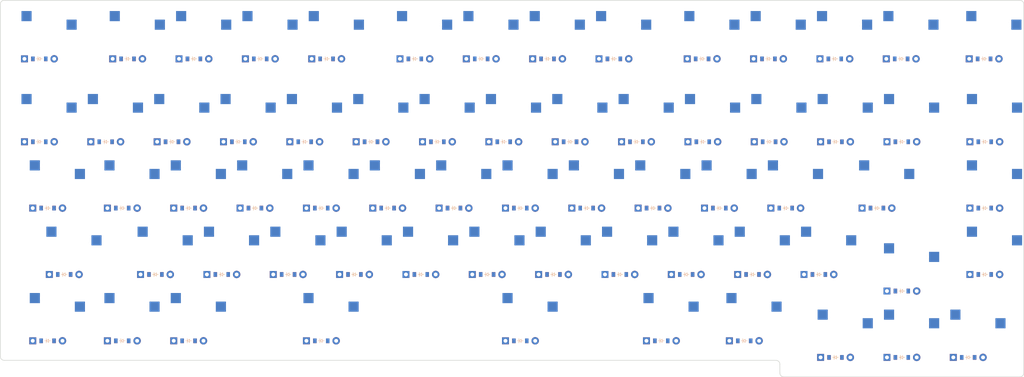
<source format=kicad_pcb>
(kicad_pcb (version 20221018) (generator pcbnew)
  (title_block (title "crimes") (rev "v1.0.0") (company "Unknown"))
  (layers (0 "F.Cu" signal) (31 "B.Cu" signal) (34 "B.Paste" user) (35 "F.Paste" user) (36 "B.SilkS" user "B.Silkscreen") (37 "F.SilkS" user "F.Silkscreen") (38 "B.Mask" user) (39 "F.Mask" user) (44 "Edge.Cuts" user))
  (net 0 "")
  (net 1 "num_escape")
  (net 2 "num_one")
  (net 3 "num_two")
  (net 4 "num_three")
  (net 5 "num_four")
  (net 6 "num_five")
  (net 7 "num_six")
  (net 8 "num_seven")
  (net 9 "num_eight")
  (net 10 "num_nine")
  (net 11 "num_zero")
  (net 12 "num_dash")
  (net 13 "num_equals")
  (net 14 "num_backspace")
  (net 15 "top_escape")
  (net 16 "top_one")
  (net 17 "top_two")
  (net 18 "top_three")
  (net 19 "top_four")
  (net 20 "top_five")
  (net 21 "top_six")
  (net 22 "top_seven")
  (net 23 "top_eight")
  (net 24 "top_nine")
  (net 25 "top_zero")
  (net 26 "top_dash")
  (net 27 "top_equals")
  (net 28 "top_backspace")
  (net 29 "top_special")
  (net 30 "home_escape")
  (net 31 "home_one")
  (net 32 "home_two")
  (net 33 "home_three")
  (net 34 "home_four")
  (net 35 "home_five")
  (net 36 "home_six")
  (net 37 "home_seven")
  (net 38 "home_eight")
  (net 39 "home_nine")
  (net 40 "home_zero")
  (net 41 "home_dash")
  (net 42 "home_backspace")
  (net 43 "home_special")
  (net 44 "bottom_escape")
  (net 45 "bottom_one")
  (net 46 "bottom_two")
  (net 47 "bottom_three")
  (net 48 "bottom_four")
  (net 49 "bottom_five")
  (net 50 "bottom_six")
  (net 51 "bottom_seven")
  (net 52 "bottom_eight")
  (net 53 "bottom_nine")
  (net 54 "bottom_zero")
  (net 55 "bottom_equals")
  (net 56 "bottom_backspace")
  (net 57 "bottom_special")
  (net 58 "mod_escape")
  (net 59 "mod_one")
  (net 60 "mod_two")
  (net 61 "mod_three")
  (net 62 "mod_seven")
  (net 63 "mod_nine")
  (net 64 "mod_zero")
  (net 65 "mod_equals")
  (net 66 "mod_backspace")
  (net 67 "mod_special")
  (footprint "PG1350" (layer "F.Cu") (at 188.22 100)
    (fp_text reference "S7" hide)
    (fp_text value "" hide)
  )
  (footprint "PG1350" (layer "F.Cu") (at 92 121.25)
    (fp_text reference "S16" hide)
    (fp_text value "" hide)
  )
  (footprint "ComboDiode" (layer "F.Cu") (at 317.25 126.25)
    (fp_text reference "D29" hide)
    (fp_text value "" hide)
  )
  (footprint "PG1350" (layer "F.Cu") (at 198.25 172.25)
    (fp_text reference "S62" hide)
    (fp_text value "" hide)
  )
  (footprint "PG1350" (layer "F.Cu") (at 104.75 155.25)
    (fp_text reference "S45" hide)
    (fp_text value "" hide)
  )
  (footprint "PG1350" (layer "F.Cu") (at 143 121.25)
    (fp_text reference "S19" hide)
    (fp_text value "" hide)
  )
  (footprint "ComboDiode" (layer "F.Cu") (at 92 126.25)
    (fp_text reference "D16" hide)
    (fp_text value "" hide)
  )
  (footprint "ComboDiode" (layer "F.Cu") (at 274.75 160.25)
    (fp_text reference "D55" hide)
    (fp_text value "" hide)
  )
  (footprint "ComboDiode" (layer "F.Cu") (at 317.25 160.25)
    (fp_text reference "D57" hide)
    (fp_text value "" hide)
  )
  (footprint "ComboDiode" (layer "F.Cu") (at 262 126.25)
    (fp_text reference "D26" hide)
    (fp_text value "" hide)
  )
  (footprint "PG1350" (layer "F.Cu") (at 160 121.25)
    (fp_text reference "S20" hide)
    (fp_text value "" hide)
  )
  (footprint "ComboDiode" (layer "F.Cu") (at 206.75 160.25)
    (fp_text reference "D51" hide)
    (fp_text value "" hide)
  )
  (footprint "ComboDiode" (layer "F.Cu") (at 228 126.25)
    (fp_text reference "D24" hide)
    (fp_text value "" hide)
  )
  (footprint "ComboDiode" (layer "F.Cu") (at 295.83 105)
    (fp_text reference "D13" hide)
    (fp_text value "" hide)
  )
  (footprint "ComboDiode" (layer "F.Cu") (at 164.25 143.25)
    (fp_text reference "D35" hide)
    (fp_text value "" hide)
  )
  (footprint "ComboDiode" (layer "F.Cu") (at 211 126.25)
    (fp_text reference "D23" hide)
    (fp_text value "" hide)
  )
  (footprint "PG1350" (layer "F.Cu") (at 240.75 155.25)
    (fp_text reference "S53" hide)
    (fp_text value "" hide)
  )
  (footprint "ComboDiode" (layer "F.Cu") (at 198.25 143.25)
    (fp_text reference "D37" hide)
    (fp_text value "" hide)
  )
  (footprint "PG1350" (layer "F.Cu") (at 130.25 138.25)
    (fp_text reference "S33" hide)
    (fp_text value "" hide)
  )
  (footprint "ComboDiode" (layer "F.Cu") (at 266.25 143.25)
    (fp_text reference "D41" hide)
    (fp_text value "" hide)
  )
  (footprint "PG1350" (layer "F.Cu") (at 266.25 138.25)
    (fp_text reference "S41" hide)
    (fp_text value "" hide)
  )
  (footprint "ComboDiode" (layer "F.Cu") (at 171.22 105)
    (fp_text reference "D6" hide)
    (fp_text value "" hide)
  )
  (footprint "ComboDiode" (layer "F.Cu") (at 296 181.5)
    (fp_text reference "D66" hide)
    (fp_text value "" hide)
  )
  (footprint "PG1350" (layer "F.Cu") (at 171.22 100)
    (fp_text reference "S6" hide)
    (fp_text value "" hide)
  )
  (footprint "PG1350" (layer "F.Cu") (at 206.75 155.25)
    (fp_text reference "S51" hide)
    (fp_text value "" hide)
  )
  (footprint "ComboDiode" (layer "F.Cu") (at 77.125 177.25)
    (fp_text reference "D58" hide)
    (fp_text value "" hide)
  )
  (footprint "PG1350" (layer "F.Cu") (at 77.125 172.25)
    (fp_text reference "S58" hide)
    (fp_text value "" hide)
  )
  (footprint "ComboDiode" (layer "F.Cu") (at 131.61 105)
    (fp_text reference "D4" hide)
    (fp_text value "" hide)
  )
  (footprint "ComboDiode" (layer "F.Cu") (at 96.25 143.25)
    (fp_text reference "D31" hide)
    (fp_text value "" hide)
  )
  (footprint "ComboDiode" (layer "F.Cu") (at 278.83 105)
    (fp_text reference "D12" hide)
    (fp_text value "" hide)
  )
  (footprint "PG1350" (layer "F.Cu") (at 249.25 138.25)
    (fp_text reference "S40" hide)
    (fp_text value "" hide)
  )
  (footprint "ComboDiode" (layer "F.Cu") (at 148.61 105)
    (fp_text reference "D5" hide)
    (fp_text value "" hide)
  )
  (footprint "PG1350" (layer "F.Cu") (at 155.75 155.25)
    (fp_text reference "S48" hide)
    (fp_text value "" hide)
  )
  (footprint "ComboDiode" (layer "F.Cu") (at 147.25 143.25)
    (fp_text reference "D34" hide)
    (fp_text value "" hide)
  )
  (footprint "ComboDiode" (layer "F.Cu") (at 114.61 105)
    (fp_text reference "D3" hide)
    (fp_text value "" hide)
  )
  (footprint "ComboDiode" (layer "F.Cu") (at 223.75 160.25)
    (fp_text reference "D52" hide)
    (fp_text value "" hide)
  )
  (footprint "ComboDiode" (layer "F.Cu") (at 296 126.25)
    (fp_text reference "D28" hide)
    (fp_text value "" hide)
  )
  (footprint "ComboDiode" (layer "F.Cu") (at 296 164.5)
    (fp_text reference "D56" hide)
    (fp_text value "" hide)
  )
  (footprint "PG1350" (layer "F.Cu") (at 97.61 100)
    (fp_text reference "S2" hide)
    (fp_text value "" hide)
  )
  (footprint "ComboDiode" (layer "F.Cu") (at 205.22 105)
    (fp_text reference "D8" hide)
    (fp_text value "" hide)
  )
  (footprint "PG1350" (layer "F.Cu") (at 164.25 138.25)
    (fp_text reference "S35" hide)
    (fp_text value "" hide)
  )
  (footprint "ComboDiode" (layer "F.Cu") (at 177 126.25)
    (fp_text reference "D21" hide)
    (fp_text value "" hide)
  )
  (footprint "PG1350" (layer "F.Cu") (at 205.22 100)
    (fp_text reference "S8" hide)
    (fp_text value "" hide)
  )
  (footprint "ComboDiode" (layer "F.Cu") (at 234.375 177.25)
    (fp_text reference "D63" hide)
    (fp_text value "" hide)
  )
  (footprint "PG1350" (layer "F.Cu") (at 234.375 172.25)
    (fp_text reference "S63" hide)
    (fp_text value "" hide)
  )
  (footprint "ComboDiode" (layer "F.Cu") (at 143 126.25)
    (fp_text reference "D19" hide)
    (fp_text value "" hide)
  )
  (footprint "PG1350" (layer "F.Cu") (at 222.22 100)
    (fp_text reference "S9" hide)
    (fp_text value "" hide)
  )
  (footprint "ComboDiode" (layer "F.Cu") (at 189.75 160.25)
    (fp_text reference "D50" hide)
    (fp_text value "" hide)
  )
  (footprint "PG1350" (layer "F.Cu") (at 244.83 100)
    (fp_text reference "S10" hide)
    (fp_text value "" hide)
  )
  (footprint "PG1350" (layer "F.Cu") (at 289.625 138.25)
    (fp_text reference "S42" hide)
    (fp_text value "" hide)
  )
  (footprint "ComboDiode" (layer "F.Cu") (at 313 181.5)
    (fp_text reference "D67" hide)
    (fp_text value "" hide)
  )
  (footprint "ComboDiode" (layer "F.Cu") (at 255.625 177.25)
    (fp_text reference "D64" hide)
    (fp_text value "" hide)
  )
  (footprint "PG1350" (layer "F.Cu") (at 147.25 138.25)
    (fp_text reference "S34" hide)
    (fp_text value "" hide)
  )
  (footprint "PG1350" (layer "F.Cu") (at 317.08 100)
    (fp_text reference "S14" hide)
    (fp_text value "" hide)
  )
  (footprint "PG1350" (layer "F.Cu") (at 177 121.25)
    (fp_text reference "S21" hide)
    (fp_text value "" hide)
  )
  (footprint "PG1350" (layer "F.Cu") (at 148.61 100)
    (fp_text reference "S5" hide)
    (fp_text value "" hide)
  )
  (footprint "ComboDiode" (layer "F.Cu") (at 113.25 177.25)
    (fp_text reference "D60" hide)
    (fp_text value "" hide)
  )
  (footprint "PG1350" (layer "F.Cu") (at 261.83 100)
    (fp_text reference "S11" hide)
    (fp_text value "" hide)
  )
  (footprint "PG1350" (layer "F.Cu") (at 228 121.25)
    (fp_text reference "S24" hide)
    (fp_text value "" hide)
  )
  (footprint "ComboDiode" (layer "F.Cu") (at 279 181.5)
    (fp_text reference "D65" hide)
    (fp_text value "" hide)
  )
  (footprint "ComboDiode" (layer "F.Cu") (at 138.75 160.25)
    (fp_text reference "D47" hide)
    (fp_text value "" hide)
  )
  (footprint "ComboDiode" (layer "F.Cu") (at 240.75 160.25)
    (fp_text reference "D53" hide)
    (fp_text value "" hide)
  )
  (footprint "ComboDiode" (layer "F.Cu") (at 147.25 177.25)
    (fp_text reference "D61" hide)
    (fp_text value "" hide)
  )
  (footprint "PG1350" (layer "F.Cu") (at 114.61 100)
    (fp_text reference "S3" hide)
    (fp_text value "" hide)
  )
  (footprint "PG1350" (layer "F.Cu") (at 245 121.25)
    (fp_text reference "S25" hide)
    (fp_text value "" hide)
  )
  (footprint "PG1350" (layer "F.Cu") (at 296 159.5)
    (fp_text reference "S56" hide)
    (fp_text value "" hide)
  )
  (footprint "ComboDiode" (layer "F.Cu") (at 109 126.25)
    (fp_text reference "D17" hide)
    (fp_text value "" hide)
  )
  (footprint "PG1350" (layer "F.Cu") (at 138.75 155.25)
    (fp_text reference "S47" hide)
    (fp_text value "" hide)
  )
  (footprint "ComboDiode" (layer "F.Cu") (at 97.61 105)
    (fp_text reference "D2" hide)
    (fp_text value "" hide)
  )
  (footprint "PG1350" (layer "F.Cu") (at 75 121.25)
    (fp_text reference "S15" hide)
    (fp_text value "" hide)
  )
  (footprint "PG1350" (layer "F.Cu") (at 215.25 138.25)
    (fp_text reference "S38" hide)
    (fp_text value "" hide)
  )
  (footprint "PG1350" (layer "F.Cu") (at 296 176.5)
    (fp_text reference "S66" hide)
    (fp_text value "" hide)
  )
  (footprint "ComboDiode" (layer "F.Cu") (at 75 126.25)
    (fp_text reference "D15" hide)
    (fp_text value "" hide)
  )
  (footprint "ComboDiode" (layer "F.Cu") (at 215.25 143.25)
    (fp_text reference "D38" hide)
    (fp_text value "" hide)
  )
  (footprint "PG1350" (layer "F.Cu") (at 198.25 138.25)
    (fp_text reference "S37" hide)
    (fp_text value "" hide)
  )
  (footprint "PG1350" (layer "F.Cu") (at 75 100)
    (fp_text reference "S1" hide)
    (fp_text value "" hide)
  )
  (footprint "PG1350" (layer "F.Cu") (at 274.75 155.25)
    (fp_text reference "S55" hide)
    (fp_text value "" hide)
  )
  (footprint "PG1350" (layer "F.Cu") (at 223.75 155.25)
    (fp_text reference "S52" hide)
    (fp_text value "" hide)
  )
  (footprint "PG1350" (layer "F.Cu") (at 317.25 138.25)
    (fp_text reference "S43" hide)
    (fp_text value "" hide)
  )
  (footprint "PG1350" (layer "F.Cu") (at 257.75 155.25)
    (fp_text reference "S54" hide)
    (fp_text value "" hide)
  )
  (footprint "PG1350" (layer "F.Cu") (at 181.25 138.25)
    (fp_text reference "S36" hide)
    (fp_text value "" hide)
  )
  (footprint "PG1350" (layer "F.Cu") (at 131.61 100)
    (fp_text reference "S4" hide)
    (fp_text value "" hide)
  )
  (footprint "ComboDiode" (layer "F.Cu") (at 317.25 143.25)
    (fp_text reference "D43" hide)
    (fp_text value "" hide)
  )
  (footprint "ComboDiode" (layer "F.Cu") (at 198.25 177.25)
    (fp_text reference "D62" hide)
    (fp_text value "" hide)
  )
  (footprint "PG1350" (layer "F.Cu") (at 172.75 155.25)
    (fp_text reference "S49" hide)
    (fp_text value "" hide)
  )
  (footprint "ComboDiode" (layer "F.Cu") (at 113.25 143.25)
    (fp_text reference "D32" hide)
    (fp_text value "" hide)
  )
  (footprint "ComboDiode" (layer "F.Cu") (at 155.75 160.25)
    (fp_text reference "D48" hide)
    (fp_text value "" hide)
  )
  (footprint "ComboDiode" (layer "F.Cu") (at 245 126.25)
    (fp_text reference "D25" hide)
    (fp_text value "" hide)
  )
  (footprint "PG1350" (layer "F.Cu") (at 211 121.25)
    (fp_text reference "S23" hide)
    (fp_text value "" hide)
  )
  (footprint "ComboDiode" (layer "F.Cu") (at 249.25 143.25)
    (fp_text reference "D40" hide)
    (fp_text value "" hide)
  )
  (footprint "ComboDiode" (layer "F.Cu") (at 188.22 105)
    (fp_text reference "D7" hide)
    (fp_text value "" hide)
  )
  (footprint "PG1350" (layer "F.Cu") (at 77.125 138.25)
    (fp_text reference "S30" hide)
    (fp_text value "" hide)
  )
  (footprint "PG1350" (layer "F.Cu") (at 126 121.25)
    (fp_text reference "S18" hide)
    (fp_text value "" hide)
  )
  (footprint "PG1350" (layer "F.Cu") (at 296 121.25)
    (fp_text reference "S28" hide)
    (fp_text value "" hide)
  )
  (footprint "ComboDiode" (layer "F.Cu") (at 172.75 160.25)
    (fp_text reference "D49" hide)
    (fp_text value "" hide)
  )
  (footprint "ComboDiode" (layer "F.Cu") (at 289.625 143.25)
    (fp_text reference "D42" hide)
    (fp_text value "" hide)
  )
  (footprint "PG1350" (layer "F.Cu") (at 279 176.5)
    (fp_text reference "S65" hide)
    (fp_text value "" hide)
  )
  (footprint "ComboDiode" (layer "F.Cu") (at 96.25 177.25)
    (fp_text reference "D59" hide)
    (fp_text value "" hide)
  )
  (footprint "ComboDiode" (layer "F.Cu") (at 222.22 105)
    (fp_text reference "D9" hide)
    (fp_text value "" hide)
  )
  (footprint "ComboDiode" (layer "F.Cu") (at 232.25 143.25)
    (fp_text reference "D39" hide)
    (fp_text value "" hide)
  )
  (footprint "ComboDiode" (layer "F.Cu") (at 81.375 160.25)
    (fp_text reference "D44" hide)
    (fp_text value "" hide)
  )
  (footprint "ComboDiode" (layer "F.Cu") (at 279 126.25)
    (fp_text reference "D27" hide)
    (fp_text value "" hide)
  )
  (footprint "ComboDiode" (layer "F.Cu") (at 104.75 160.25)
    (fp_text reference "D45" hide)
    (fp_text value "" hide)
  )
  (footprint "PG1350" (layer "F.Cu") (at 113.25 172.25)
    (fp_text reference "S60" hide)
    (fp_text value "" hide)
  )
  (footprint "PG1350" (layer "F.Cu") (at 317.25 155.25)
    (fp_text reference "S57" hide)
    (fp_text value "" hide)
  )
  (footprint "ComboDiode" (layer "F.Cu") (at 317.08 105)
    (fp_text reference "D14" hide)
    (fp_text value "" hide)
  )
  (footprint "PG1350" (layer "F.Cu") (at 295.83 100)
    (fp_text reference "S13" hide)
    (fp_text value "" hide)
  )
  (footprint "PG1350" (layer "F.Cu") (at 96.25 172.25)
    (fp_text reference "S59" hide)
    (fp_text value "" hide)
  )
  (footprint "PG1350" (layer "F.Cu") (at 81.375 155.25)
    (fp_text reference "S44" hide)
    (fp_text value "" hide)
  )
  (footprint "ComboDiode" (layer "F.Cu") (at 181.25 143.25)
    (fp_text reference "D36" hide)
    (fp_text value "" hide)
  )
  (footprint "ComboDiode" (layer "F.Cu") (at 194 126.25)
    (fp_text reference "D22" hide)
    (fp_text value "" hide)
  )
  (footprint "PG1350" (layer "F.Cu") (at 113.25 138.25)
    (fp_text reference "S32" hide)
    (fp_text value "" hide)
  )
  (footprint "PG1350" (layer "F.Cu") (at 317.25 121.25)
    (fp_text reference "S29" hide)
    (fp_text value "" hide)
  )
  (footprint "ComboDiode" (layer "F.Cu") (at 126 126.25)
    (fp_text reference "D18" hide)
    (fp_text value "" hide)
  )
  (footprint "PG1350" (layer "F.Cu") (at 262 121.25)
    (fp_text reference "S26" hide)
    (fp_text value "" hide)
  )
  (footprint "PG1350" (layer "F.Cu") (at 189.75 155.25)
    (fp_text reference "S50" hide)
    (fp_text value "" hide)
  )
  (footprint "ComboDiode" (layer "F.Cu") (at 244.83 105)
    (fp_text reference "D10" hide)
    (fp_text value "" hide)
  )
  (footprint "PG1350" (layer "F.Cu") (at 121.75 155.25)
    (fp_text reference "S46" hide)
    (fp_text value "" hide)
  )
  (footprint "ComboDiode" (layer "F.Cu") (at 130.25 143.25)
    (fp_text reference "D33" hide)
    (fp_text value "" hide)
  )
  (footprint "ComboDiode" (layer "F.Cu") (at 257.75 160.25)
    (fp_text reference "D54" hide)
    (fp_text value "" hide)
  )
  (footprint "PG1350" (layer "F.Cu") (at 109 121.25)
    (fp_text reference "S17" hide)
    (fp_text value "" hide)
  )
  (footprint "ComboDiode" (layer "F.Cu") (at 75 105)
    (fp_text reference "D1" hide)
    (fp_text value "" hide)
  )
  (footprint "PG1350" (layer "F.Cu") (at 147.25 172.25)
    (fp_text reference "S61" hide)
    (fp_text value "" hide)
  )
  (footprint "PG1350" (layer "F.Cu") (at 278.83 100)
    (fp_text reference "S12" hide)
    (fp_text value "" hide)
  )
  (footprint "PG1350" (layer "F.Cu") (at 279 121.25)
    (fp_text reference "S27" hide)
    (fp_text value "" hide)
  )
  (footprint "PG1350" (layer "F.Cu") (at 232.25 138.25)
    (fp_text reference "S39" hide)
    (fp_text value "" hide)
  )
  (footprint "PG1350" (layer "F.Cu") (at 313 176.5)
    (fp_text reference "S67" hide)
    (fp_text value "" hide)
  )
  (footprint "ComboDiode" (layer "F.Cu") (at 121.75 160.25)
    (fp_text reference "D46" hide)
    (fp_text value "" hide)
  )
  (footprint "ComboDiode" (layer "F.Cu") (at 160 126.25)
    (fp_text reference "D20" hide)
    (fp_text value "" hide)
  )
  (footprint "ComboDiode" (layer "F.Cu") (at 261.83 105)
    (fp_text reference "D11" hide)
    (fp_text value "" hide)
  )
  (footprint "PG1350" (layer "F.Cu") (at 255.625 172.25)
    (fp_text reference "S64" hide)
    (fp_text value "" hide)
  )
  (footprint "ComboDiode" (layer "F.Cu") (at 77.125 143.25)
    (fp_text reference "D30" hide)
    (fp_text value "" hide)
  )
  (footprint "PG1350" (layer "F.Cu") (at 96.25 138.25)
    (fp_text reference "S31" hide)
    (fp_text value "" hide)
  )
  (footprint "PG1350" (layer "F.Cu") (at 194 121.25)
    (fp_text reference "S22" hide)
    (fp_text value "" hide)
  )
  (gr_arc (start 326.25 90) (mid 326.957107 90.292893) (end 327.25 91) (stroke (width 0.15)) (layer "Edge.Cuts"))
  (gr_line (start 263.75 182.25) (end 66 182.25) (stroke (width 0.15)) (layer "Edge.Cuts"))
  (gr_arc (start 66 182.25) (mid 65.292893 181.957107) (end 65 181.25) (stroke (width 0.15)) (layer "Edge.Cuts"))
  (gr_line (start 66 90) (end 326.25 90) (stroke (width 0.15)) (layer "Edge.Cuts"))
  (gr_line (start 327.25 91) (end 327.25 185.5) (stroke (width 0.15)) (layer "Edge.Cuts"))
  (gr_arc (start 265.75 186.5) (mid 265.042893 186.207107) (end 264.75 185.5) (stroke (width 0.15)) (layer "Edge.Cuts"))
  (gr_line (start 264.75 185.5) (end 264.75 183.25) (stroke (width 0.15)) (layer "Edge.Cuts"))
  (gr_line (start 65 181.25) (end 65 91) (stroke (width 0.15)) (layer "Edge.Cuts"))
  (gr_arc (start 327.25 185.5) (mid 326.957107 186.207107) (end 326.25 186.5) (stroke (width 0.15)) (layer "Edge.Cuts"))
  (gr_line (start 326.25 186.5) (end 265.75 186.5) (stroke (width 0.15)) (layer "Edge.Cuts"))
  (gr_arc (start 65 91) (mid 65.292893 90.292893) (end 66 90) (stroke (width 0.15)) (layer "Edge.Cuts"))
  (gr_arc (start 263.75 182.25) (mid 264.457107 182.542893) (end 264.75 183.25) (stroke (width 0.15)) (layer "Edge.Cuts"))
)
</source>
